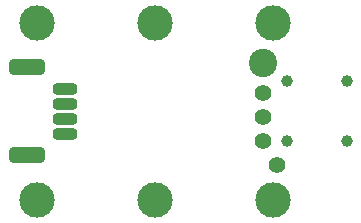
<source format=gbr>
%TF.GenerationSoftware,KiCad,Pcbnew,7.0.7-7.0.7~ubuntu23.04.1*%
%TF.CreationDate,2023-09-24T12:07:55+00:00*%
%TF.ProjectId,TFHT01,54464854-3031-42e6-9b69-6361645f7063,rev?*%
%TF.SameCoordinates,Original*%
%TF.FileFunction,Soldermask,Top*%
%TF.FilePolarity,Negative*%
%FSLAX46Y46*%
G04 Gerber Fmt 4.6, Leading zero omitted, Abs format (unit mm)*
G04 Created by KiCad (PCBNEW 7.0.7-7.0.7~ubuntu23.04.1) date 2023-09-24 12:07:55*
%MOMM*%
%LPD*%
G01*
G04 APERTURE LIST*
G04 Aperture macros list*
%AMRoundRect*
0 Rectangle with rounded corners*
0 $1 Rounding radius*
0 $2 $3 $4 $5 $6 $7 $8 $9 X,Y pos of 4 corners*
0 Add a 4 corners polygon primitive as box body*
4,1,4,$2,$3,$4,$5,$6,$7,$8,$9,$2,$3,0*
0 Add four circle primitives for the rounded corners*
1,1,$1+$1,$2,$3*
1,1,$1+$1,$4,$5*
1,1,$1+$1,$6,$7*
1,1,$1+$1,$8,$9*
0 Add four rect primitives between the rounded corners*
20,1,$1+$1,$2,$3,$4,$5,0*
20,1,$1+$1,$4,$5,$6,$7,0*
20,1,$1+$1,$6,$7,$8,$9,0*
20,1,$1+$1,$8,$9,$2,$3,0*%
G04 Aperture macros list end*
%ADD10C,3.000000*%
%ADD11RoundRect,0.350000X-0.700000X0.150000X-0.700000X-0.150000X0.700000X-0.150000X0.700000X0.150000X0*%
%ADD12RoundRect,0.450000X-1.100000X0.250000X-1.100000X-0.250000X1.100000X-0.250000X1.100000X0.250000X0*%
%ADD13C,1.400000*%
%ADD14C,2.400000*%
%ADD15C,1.000000*%
G04 APERTURE END LIST*
D10*
%TO.C,M4*%
X12500000Y15000000D03*
%TD*%
D11*
%TO.C,J2*%
X4847200Y9375000D03*
X4847200Y8125000D03*
X4847200Y6875000D03*
X4847200Y5625000D03*
D12*
X1647200Y11225000D03*
X1647200Y3775000D03*
%TD*%
D13*
%TO.C,H5*%
X21666200Y9093200D03*
%TD*%
D10*
%TO.C,M2*%
X12500000Y0D03*
%TD*%
D13*
%TO.C,H1*%
X21666200Y4978400D03*
%TD*%
D14*
%TO.C,H2*%
X21615400Y11633200D03*
%TD*%
D10*
%TO.C,M6*%
X2500000Y15000000D03*
%TD*%
%TO.C,M5*%
X22500000Y0D03*
%TD*%
%TO.C,M1*%
X22500000Y15000000D03*
%TD*%
%TO.C,M3*%
X2500000Y0D03*
%TD*%
D13*
%TO.C,H3*%
X22809200Y2971800D03*
%TD*%
%TO.C,H4*%
X21666200Y7061200D03*
%TD*%
D15*
%TO.C,M7*%
X28750000Y4950000D03*
X28750000Y10050000D03*
X23650000Y4950000D03*
X23650000Y10050000D03*
%TD*%
M02*

</source>
